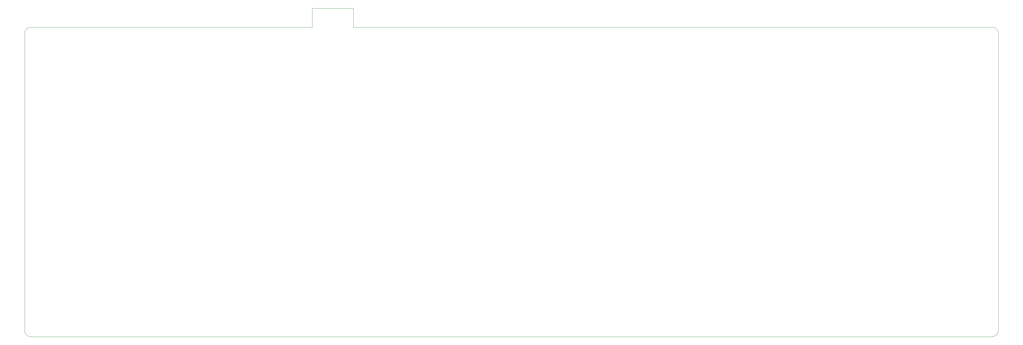
<source format=gbr>
%TF.GenerationSoftware,KiCad,Pcbnew,(6.0.4)*%
%TF.CreationDate,2022-03-24T02:10:14+00:00*%
%TF.ProjectId,kbd,6b62642e-6b69-4636-9164-5f7063625858,rev?*%
%TF.SameCoordinates,Original*%
%TF.FileFunction,Profile,NP*%
%FSLAX46Y46*%
G04 Gerber Fmt 4.6, Leading zero omitted, Abs format (unit mm)*
G04 Created by KiCad (PCBNEW (6.0.4)) date 2022-03-24 02:10:14*
%MOMM*%
%LPD*%
G01*
G04 APERTURE LIST*
%TA.AperFunction,Profile*%
%ADD10C,0.100000*%
%TD*%
G04 APERTURE END LIST*
D10*
X324000000Y-146000000D02*
G75*
G03*
X326000000Y-144000000I0J2000000D01*
G01*
X326000000Y-50000000D02*
G75*
G03*
X324000000Y-48000000I-2000000J0D01*
G01*
X122000000Y-42000000D02*
X122000000Y-48000000D01*
X122000000Y-48000000D02*
X324000000Y-48000000D01*
X20000000Y-48000000D02*
X109000000Y-48000000D01*
X109000000Y-42000000D02*
X122000000Y-42000000D01*
X109000000Y-48000000D02*
X109000000Y-42000000D01*
X20000000Y-48000000D02*
G75*
G03*
X18000000Y-50000000I0J-2000000D01*
G01*
X326000000Y-50000000D02*
X326000000Y-144000000D01*
X18000000Y-144000000D02*
G75*
G03*
X20000000Y-146000000I2000000J0D01*
G01*
X18000000Y-144000000D02*
X18000000Y-50000000D01*
X324000000Y-146000000D02*
X20000000Y-146000000D01*
M02*

</source>
